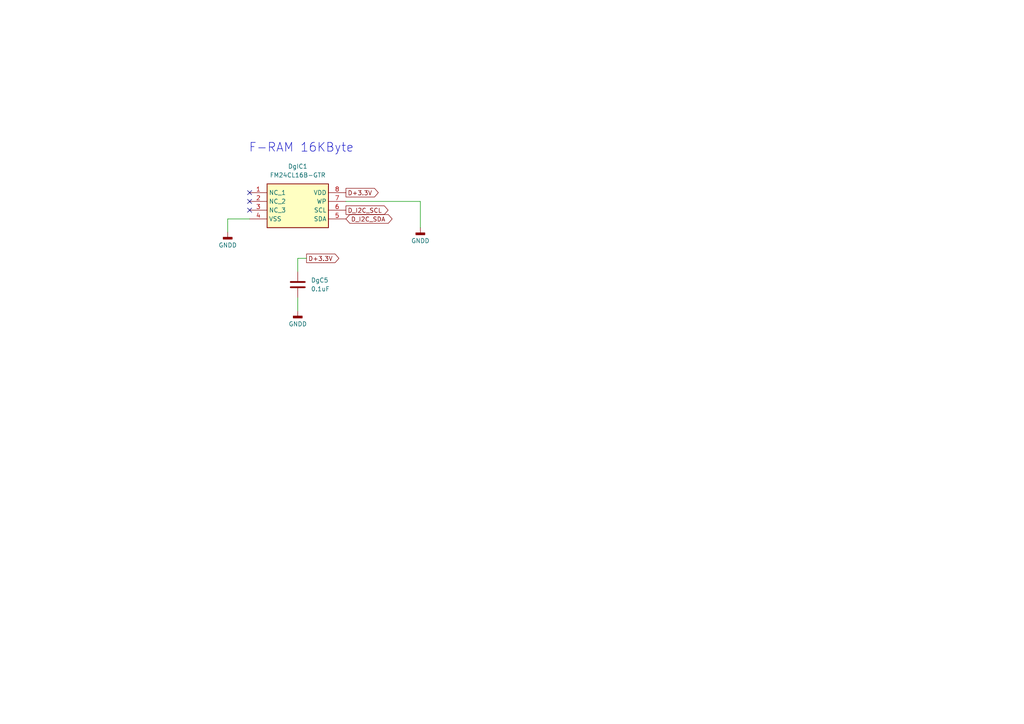
<source format=kicad_sch>
(kicad_sch (version 20231120) (generator "eeschema") (generator_version "8.0")
  (paper "A4")
  (lib_symbols
    (symbol "Device:C" (pin_numbers hide) (pin_names (offset 0.254))
      (property "Reference" "C" (at 0.635 2.54 0))
      (property "Value" "C" (at 0.635 -2.54 0))
      (symbol "C_0_1"
        (polyline (pts (xy -2.032 -0.762) (xy 2.032 -0.762)) (stroke (width 0.508)))
        (polyline (pts (xy -2.032 0.762) (xy 2.032 0.762)) (stroke (width 0.508)))
      )
      (symbol "C_1_1"
        (pin passive line (at 0 3.81 270) (length 2.794) (name "~") (number "1"))
        (pin passive line (at 0 -3.81 90) (length 2.794) (name "~") (number "2"))
      )
    )
    (symbol "SamacSys_Parts:FM24CL16B-GTR"
      (property "Reference" "IC" (at 24.13 7.62 0))
      (property "Value" "FM24CL16B-GTR" (at 24.13 5.08 0))
      (symbol "FM24CL16B-GTR_1_1"
        (rectangle (start 5.08 2.54) (end 22.86 -10.16) (stroke (width 0.254)) (fill (type background)))
        (pin passive line (at 0 0 0) (length 5.08) (name "NC_1") (number "1"))
        (pin passive line (at 0 -2.54 0) (length 5.08) (name "NC_2") (number "2"))
        (pin passive line (at 0 -5.08 0) (length 5.08) (name "NC_3") (number "3"))
        (pin passive line (at 0 -7.62 0) (length 5.08) (name "VSS") (number "4"))
        (pin passive line (at 27.94 -7.62 180) (length 5.08) (name "SDA") (number "5"))
        (pin passive line (at 27.94 -5.08 180) (length 5.08) (name "SCL") (number "6"))
        (pin passive line (at 27.94 -2.54 180) (length 5.08) (name "WP") (number "7"))
        (pin passive line (at 27.94 0 180) (length 5.08) (name "VDD") (number "8"))
      )
    )
    (symbol "power:GNDD" (power) (pin_numbers hide) (pin_names (offset 0) hide)
      (property "Value" "GNDD" (at 0 -3.175 0))
      (symbol "GNDD_0_1"
        (rectangle (start -1.27 -1.524) (end 1.27 -2.032) (stroke (width 0.254)) (fill (type outline)))
        (polyline (pts (xy 0 0) (xy 0 -1.524)))
      )
      (symbol "GNDD_1_1"
        (pin power_in line (at 0 0 270) (length 0) (name "~") (number "1"))
      )
    )
  )
  (no_connect (at 72.39 58.42))
  (no_connect (at 72.39 60.96))
  (no_connect (at 72.39 55.88))
  (wire (pts (xy 86.36 74.93) (xy 86.36 78.74)))
  (wire (pts (xy 86.36 86.36) (xy 86.36 90.17)))
  (wire (pts (xy 72.39 63.5) (xy 66.04 63.5)))
  (wire (pts (xy 88.9 74.93) (xy 86.36 74.93)))
  (wire (pts (xy 100.33 58.42) (xy 121.92 58.42)))
  (wire (pts (xy 66.04 63.5) (xy 66.04 67.31)))
  (wire (pts (xy 121.92 58.42) (xy 121.92 66.04)))
  (text "F-RAM 16KByte" (at 72.136 42.926 0) (effects (font (size 2.54 2.54)) (justify left)))
  (global_label "D_I2C_SCL" (shape output) (at 100.33 60.96 0) (property "Intersheetrefs" "${INTERSHEET_REFS}" (effects (hide yes))))
  (global_label "D+3.3V" (shape output) (at 100.33 55.88 0) (property "Intersheetrefs" "${INTERSHEET_REFS}" (effects (hide yes))))
  (global_label "D+3.3V" (shape output) (at 88.9 74.93 0) (property "Intersheetrefs" "${INTERSHEET_REFS}" (effects (hide yes))))
  (global_label "D_I2C_SDA" (shape bidirectional) (at 100.33 63.5 0) (property "Intersheetrefs" "${INTERSHEET_REFS}" (effects (hide yes))))
  (symbol (lib_id "power:GNDD") (at 86.36 90.17 0) (unit 1)
    (property "Reference" "#PWR036" (effects (hide yes)))
    (property "Value" "GNDD" (at 86.36 93.98 0))
    (property "Description" "Power symbol creates a global label with name \"GNDD\" , digital ground" (effects (hide yes)))
  )
  (symbol (lib_id "Device:C") (at 86.36 82.55 0) (unit 1)
    (property "Reference" "DgC5" (at 90.17 81.2799 0) (effects (justify left)))
    (property "Value" "0.1uF" (at 90.17 83.8199 0) (effects (justify left)))
    (property "Footprint" "Capacitor_SMD:C_0805_2012Metric_Pad1.18x1.45mm_HandSolder" (effects (hide yes)))
    (property "Description" "Unpolarized capacitor" (effects (hide yes)))
  )
  (symbol (lib_id "power:GNDD") (at 121.92 66.04 0) (unit 1)
    (property "Reference" "#PWR07" (effects (hide yes)))
    (property "Value" "GNDD" (at 121.92 69.85 0))
    (property "Description" "Power symbol creates a global label with name \"GNDD\" , digital ground" (effects (hide yes)))
  )
  (symbol (lib_id "SamacSys_Parts:FM24CL16B-GTR") (at 72.39 55.88 0) (unit 1)
    (property "Reference" "DgIC1" (at 86.36 48.26 0))
    (property "Value" "FM24CL16B-GTR" (at 86.36 50.8 0))
    (property "Footprint" "SamacSys_Parts:SOIC127P602X173-8N" (effects (hide yes)))
    (property "Datasheet" "http://www.cypress.com/file/136491/download" (effects (hide yes)))
    (property "Description" "F-RAM 16Kb Serial I2C 3V FRAM" (effects (hide yes)))
    (property "Height" "1.727" (effects (hide yes)))
    (property "Manufacturer_Name" "Infineon" (effects (hide yes)))
    (property "Manufacturer_Part_Number" "FM24CL16B-GTR" (effects (hide yes)))
    (property "Mouser Part Number" "877-FM24CL16B-GTR" (effects (hide yes)))
    (property "Mouser Price/Stock" "https://www.mouser.co.uk/ProductDetail/Cypress-Semiconductor/FM24CL16B-GTR?qs=pA5MXup5wxEg33VanoiarA%3D%3D" (effects (hide yes)))
    (property "Arrow Part Number" "FM24CL16B-GTR" (effects (hide yes)))
    (property "Arrow Price/Stock" "https://www.arrow.com/en/products/fm24cl16b-gtr/cypress-semiconductor?region=nac" (effects (hide yes)))
  )
  (symbol (lib_id "power:GNDD") (at 66.04 67.31 0) (unit 1)
    (property "Reference" "#PWR06" (effects (hide yes)))
    (property "Value" "GNDD" (at 66.04 71.12 0))
    (property "Description" "Power symbol creates a global label with name \"GNDD\" , digital ground" (effects (hide yes)))
  )
)
</source>
